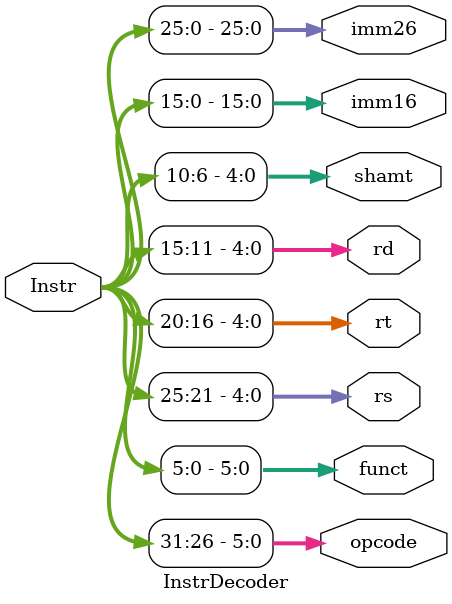
<source format=v>
`timescale 1ns / 1ps
module InstrDecoder(
	input [31:0] Instr, 
	output [5:0] opcode, funct,
	output [4:0] rs, rt, rd, shamt, 
	output [15:0] imm16, 
	output [25:0] imm26
    );

	assign opcode = Instr[31:26];
	assign funct = Instr[5:0];
	assign rs = Instr[25:21];
	assign rt = Instr[20:16];
	assign rd = Instr[15:11];
	assign shamt = Instr[10:6];
	assign imm16 = Instr[15:0];
	assign imm26 = Instr[25:0];

endmodule

</source>
